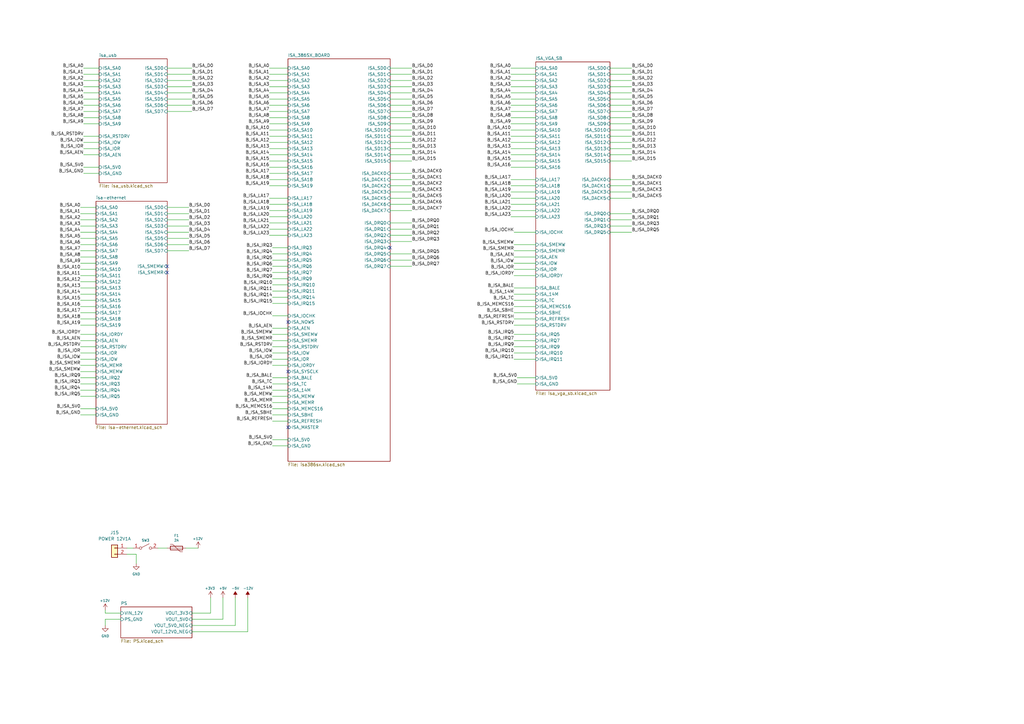
<source format=kicad_sch>
(kicad_sch (version 20250114) (generator "eeschema") (generator_version "9.0")
  (paper "A3")
  (title_block (title "PC Kharon-386mod") (company "Russia, Samara, 2026") (comment 1 "002") (comment 2 "Maxssau"))
  (lib_symbols
    (symbol "Connector_Generic:Conn_01x02" (pin_names (offset 1.016) (hide yes))
      (property "Reference" "J" (at 0 2.54 0))
      (property "Value" "Conn_01x02" (at 0 -5.08 0))
      (symbol "Conn_01x02_1_1"
        (rectangle (start -1.27 1.27) (end 1.27 -3.81) (stroke (width 0.254)) (fill (type background)))
        (rectangle (start -1.27 0.127) (end 0 -0.127) (stroke (width 0.1524)))
        (rectangle (start -1.27 -2.413) (end 0 -2.667) (stroke (width 0.1524)))
        (pin passive line (at -5.08 0 0) (length 3.81) (name "Pin_1") (number "1"))
        (pin passive line (at -5.08 -2.54 0) (length 3.81) (name "Pin_2") (number "2"))
      )
    )
    (symbol "Device:Polyfuse" (pin_numbers (hide yes)) (pin_names (offset 0))
      (property "Reference" "F" (at -2.54 0 90))
      (property "Value" "Polyfuse" (at 2.54 0 90))
      (symbol "Polyfuse_0_1"
        (polyline (pts (xy -1.524 2.54) (xy -1.524 1.524) (xy 1.524 -1.524) (xy 1.524 -2.54)))
        (rectangle (start -0.762 2.54) (end 0.762 -2.54) (stroke (width 0.254)))
        (polyline (pts (xy 0 2.54) (xy 0 -2.54)))
      )
      (symbol "Polyfuse_1_1"
        (pin passive line (at 0 3.81 270) (length 1.27) (name "~") (number "1"))
        (pin passive line (at 0 -3.81 90) (length 1.27) (name "~") (number "2"))
      )
    )
    (symbol "Switch:SW_SPST" (pin_names (offset 0) (hide yes))
      (property "Reference" "SW" (at 0 3.175 0))
      (property "Value" "SW_SPST" (at 0 -2.54 0))
      (symbol "SW_SPST_0_0"
        (circle (center -2.032 0) (radius 0.508))
        (polyline (pts (xy -1.524 0.254) (xy 1.524 1.778)))
        (circle (center 2.032 0) (radius 0.508))
      )
      (symbol "SW_SPST_1_1"
        (pin passive line (at -5.08 0 0) (length 2.54) (name "A") (number "1"))
        (pin passive line (at 5.08 0 180) (length 2.54) (name "B") (number "2"))
      )
    )
    (symbol "power:+12V" (power) (pin_names (offset 0))
      (property "Value" "+12V" (at 0 3.556 0))
      (symbol "+12V_0_1"
        (polyline (pts (xy -0.762 1.27) (xy 0 2.54)))
        (polyline (pts (xy 0 2.54) (xy 0.762 1.27)))
        (polyline (pts (xy 0 0) (xy 0 2.54)))
      )
      (symbol "+12V_1_1"
        (pin power_in line (at 0 0 90) (length 0) (hide yes) (name "+12V") (number "1"))
      )
    )
    (symbol "power:+3V3" (power) (pin_names (offset 0))
      (property "Value" "+3V3" (at 0 3.556 0))
      (symbol "+3V3_0_1"
        (polyline (pts (xy -0.762 1.27) (xy 0 2.54)))
        (polyline (pts (xy 0 2.54) (xy 0.762 1.27)))
        (polyline (pts (xy 0 0) (xy 0 2.54)))
      )
      (symbol "+3V3_1_1"
        (pin power_in line (at 0 0 90) (length 0) (hide yes) (name "+3V3") (number "1"))
      )
    )
    (symbol "power:+5V" (power) (pin_names (offset 0))
      (property "Value" "+5V" (at 0 3.556 0))
      (symbol "+5V_0_1"
        (polyline (pts (xy -0.762 1.27) (xy 0 2.54)))
        (polyline (pts (xy 0 2.54) (xy 0.762 1.27)))
        (polyline (pts (xy 0 0) (xy 0 2.54)))
      )
      (symbol "+5V_1_1"
        (pin power_in line (at 0 0 90) (length 0) (hide yes) (name "+5V") (number "1"))
      )
    )
    (symbol "power:-12V" (power) (pin_names (offset 0))
      (property "Value" "-12V" (at 0 3.81 0))
      (symbol "-12V_0_0"
        (pin power_in line (at 0 0 90) (length 0) (hide yes) (name "-12V") (number "1"))
      )
      (symbol "-12V_0_1"
        (polyline (pts (xy 0 0) (xy 0 1.27) (xy 0.762 1.27) (xy 0 2.54) (xy -0.762 1.27) (xy 0 1.27)) (fill (type outline)))
      )
    )
    (symbol "power:-5V" (power) (pin_names (offset 0))
      (property "Value" "-5V" (at 0 3.81 0))
      (symbol "-5V_0_0"
        (pin power_in line (at 0 0 90) (length 0) (hide yes) (name "-5V") (number "1"))
      )
      (symbol "-5V_0_1"
        (polyline (pts (xy 0 0) (xy 0 1.27) (xy 0.762 1.27) (xy 0 2.54) (xy -0.762 1.27) (xy 0 1.27)) (fill (type outline)))
      )
    )
    (symbol "power:GND" (power) (pin_names (offset 0))
      (property "Value" "GND" (at 0 -3.81 0))
      (symbol "GND_0_1"
        (polyline (pts (xy 0 0) (xy 0 -1.27) (xy 1.27 -1.27) (xy 0 -2.54) (xy -1.27 -1.27) (xy 0 -1.27)))
      )
      (symbol "GND_1_1"
        (pin power_in line (at 0 0 270) (length 0) (hide yes) (name "GND") (number "1"))
      )
    )
  )
  (no_connect (at 160.02 101.6))
  (no_connect (at 118.11 175.26))
  (no_connect (at 118.11 152.4))
  (no_connect (at 68.58 109.22))
  (no_connect (at 68.58 111.76))
  (no_connect (at 118.11 132.08))
  (wire (pts (xy 33.02 95.25) (xy 39.37 95.25)))
  (wire (pts (xy 210.82 125.73) (xy 219.71 125.73)))
  (wire (pts (xy 34.29 45.72) (xy 40.64 45.72)))
  (wire (pts (xy 209.55 35.56) (xy 219.71 35.56)))
  (wire (pts (xy 111.76 137.16) (xy 118.11 137.16)))
  (wire (pts (xy 33.02 97.79) (xy 39.37 97.79)))
  (wire (pts (xy 259.08 92.71) (xy 250.19 92.71)))
  (wire (pts (xy 209.55 40.64) (xy 219.71 40.64)))
  (wire (pts (xy 111.76 121.92) (xy 118.11 121.92)))
  (wire (pts (xy 43.18 251.46) (xy 49.53 251.46)))
  (wire (pts (xy 111.76 114.3) (xy 118.11 114.3)))
  (wire (pts (xy 210.82 100.33) (xy 219.71 100.33)))
  (wire (pts (xy 259.08 55.88) (xy 250.19 55.88)))
  (wire (pts (xy 33.02 118.11) (xy 39.37 118.11)))
  (wire (pts (xy 259.08 43.18) (xy 250.19 43.18)))
  (wire (pts (xy 209.55 38.1) (xy 219.71 38.1)))
  (wire (pts (xy 78.74 40.64) (xy 68.58 40.64)))
  (wire (pts (xy 91.44 254) (xy 78.74 254)))
  (wire (pts (xy 34.29 63.5) (xy 40.64 63.5)))
  (wire (pts (xy 259.08 53.34) (xy 250.19 53.34)))
  (wire (pts (xy 168.91 43.18) (xy 160.02 43.18)))
  (wire (pts (xy 33.02 128.27) (xy 39.37 128.27)))
  (wire (pts (xy 111.76 144.78) (xy 118.11 144.78)))
  (wire (pts (xy 33.02 120.65) (xy 39.37 120.65)))
  (wire (pts (xy 168.91 106.68) (xy 160.02 106.68)))
  (wire (pts (xy 210.82 102.87) (xy 219.71 102.87)))
  (wire (pts (xy 259.08 60.96) (xy 250.19 60.96)))
  (wire (pts (xy 110.49 38.1) (xy 118.11 38.1)))
  (wire (pts (xy 210.82 128.27) (xy 219.71 128.27)))
  (wire (pts (xy 209.55 73.66) (xy 219.71 73.66)))
  (wire (pts (xy 209.55 55.88) (xy 219.71 55.88)))
  (wire (pts (xy 110.49 86.36) (xy 118.11 86.36)))
  (wire (pts (xy 168.91 60.96) (xy 160.02 60.96)))
  (wire (pts (xy 33.02 105.41) (xy 39.37 105.41)))
  (wire (pts (xy 33.02 139.7) (xy 39.37 139.7)))
  (wire (pts (xy 33.02 115.57) (xy 39.37 115.57)))
  (wire (pts (xy 52.07 224.79) (xy 54.61 224.79)))
  (wire (pts (xy 77.47 102.87) (xy 68.58 102.87)))
  (wire (pts (xy 209.55 30.48) (xy 219.71 30.48)))
  (wire (pts (xy 210.82 118.11) (xy 219.71 118.11)))
  (wire (pts (xy 34.29 60.96) (xy 40.64 60.96)))
  (wire (pts (xy 110.49 66.04) (xy 118.11 66.04)))
  (wire (pts (xy 64.77 224.79) (xy 68.58 224.79)))
  (wire (pts (xy 33.02 157.48) (xy 39.37 157.48)))
  (wire (pts (xy 212.09 154.94) (xy 219.71 154.94)))
  (wire (pts (xy 34.29 58.42) (xy 40.64 58.42)))
  (wire (pts (xy 77.47 92.71) (xy 68.58 92.71)))
  (wire (pts (xy 210.82 105.41) (xy 219.71 105.41)))
  (wire (pts (xy 168.91 33.02) (xy 160.02 33.02)))
  (wire (pts (xy 33.02 133.35) (xy 39.37 133.35)))
  (wire (pts (xy 111.76 182.88) (xy 118.11 182.88)))
  (wire (pts (xy 78.74 27.94) (xy 68.58 27.94)))
  (wire (pts (xy 111.76 134.62) (xy 118.11 134.62)))
  (wire (pts (xy 111.76 149.86) (xy 118.11 149.86)))
  (wire (pts (xy 78.74 38.1) (xy 68.58 38.1)))
  (wire (pts (xy 111.76 154.94) (xy 118.11 154.94)))
  (wire (pts (xy 210.82 113.03) (xy 219.71 113.03)))
  (wire (pts (xy 259.08 78.74) (xy 250.19 78.74)))
  (wire (pts (xy 168.91 91.44) (xy 160.02 91.44)))
  (wire (pts (xy 33.02 113.03) (xy 39.37 113.03)))
  (wire (pts (xy 210.82 107.95) (xy 219.71 107.95)))
  (wire (pts (xy 34.29 30.48) (xy 40.64 30.48)))
  (wire (pts (xy 168.91 86.36) (xy 160.02 86.36)))
  (wire (pts (xy 259.08 95.25) (xy 250.19 95.25)))
  (wire (pts (xy 111.76 160.02) (xy 118.11 160.02)))
  (wire (pts (xy 77.47 97.79) (xy 68.58 97.79)))
  (wire (pts (xy 209.55 81.28) (xy 219.71 81.28)))
  (wire (pts (xy 168.91 45.72) (xy 160.02 45.72)))
  (wire (pts (xy 33.02 162.56) (xy 39.37 162.56)))
  (wire (pts (xy 168.91 30.48) (xy 160.02 30.48)))
  (wire (pts (xy 168.91 93.98) (xy 160.02 93.98)))
  (wire (pts (xy 110.49 30.48) (xy 118.11 30.48)))
  (wire (pts (xy 86.36 251.46) (xy 78.74 251.46)))
  (wire (pts (xy 34.29 71.12) (xy 40.64 71.12)))
  (wire (pts (xy 86.36 245.11) (xy 86.36 251.46)))
  (wire (pts (xy 78.74 43.18) (xy 68.58 43.18)))
  (wire (pts (xy 168.91 55.88) (xy 160.02 55.88)))
  (wire (pts (xy 209.55 63.5) (xy 219.71 63.5)))
  (wire (pts (xy 259.08 81.28) (xy 250.19 81.28)))
  (wire (pts (xy 209.55 76.2) (xy 219.71 76.2)))
  (wire (pts (xy 34.29 38.1) (xy 40.64 38.1)))
  (wire (pts (xy 168.91 27.94) (xy 160.02 27.94)))
  (wire (pts (xy 111.76 167.64) (xy 118.11 167.64)))
  (wire (pts (xy 111.76 124.46) (xy 118.11 124.46)))
  (wire (pts (xy 110.49 88.9) (xy 118.11 88.9)))
  (wire (pts (xy 212.09 157.48) (xy 219.71 157.48)))
  (wire (pts (xy 111.76 116.84) (xy 118.11 116.84)))
  (wire (pts (xy 111.76 170.18) (xy 118.11 170.18)))
  (wire (pts (xy 259.08 63.5) (xy 250.19 63.5)))
  (wire (pts (xy 33.02 87.63) (xy 39.37 87.63)))
  (wire (pts (xy 259.08 76.2) (xy 250.19 76.2)))
  (wire (pts (xy 209.55 78.74) (xy 219.71 78.74)))
  (wire (pts (xy 33.02 149.86) (xy 39.37 149.86)))
  (wire (pts (xy 210.82 147.32) (xy 219.71 147.32)))
  (wire (pts (xy 77.47 90.17) (xy 68.58 90.17)))
  (wire (pts (xy 33.02 167.64) (xy 39.37 167.64)))
  (wire (pts (xy 111.76 106.68) (xy 118.11 106.68)))
  (wire (pts (xy 259.08 27.94) (xy 250.19 27.94)))
  (wire (pts (xy 168.91 99.06) (xy 160.02 99.06)))
  (wire (pts (xy 209.55 66.04) (xy 219.71 66.04)))
  (wire (pts (xy 259.08 48.26) (xy 250.19 48.26)))
  (wire (pts (xy 33.02 147.32) (xy 39.37 147.32)))
  (wire (pts (xy 168.91 96.52) (xy 160.02 96.52)))
  (wire (pts (xy 33.02 85.09) (xy 39.37 85.09)))
  (wire (pts (xy 111.76 147.32) (xy 118.11 147.32)))
  (wire (pts (xy 110.49 33.02) (xy 118.11 33.02)))
  (wire (pts (xy 43.18 250.19) (xy 43.18 251.46)))
  (wire (pts (xy 78.74 45.72) (xy 68.58 45.72)))
  (wire (pts (xy 210.82 123.19) (xy 219.71 123.19)))
  (wire (pts (xy 209.55 53.34) (xy 219.71 53.34)))
  (wire (pts (xy 78.74 256.54) (xy 96.52 256.54)))
  (wire (pts (xy 259.08 90.17) (xy 250.19 90.17)))
  (wire (pts (xy 259.08 35.56) (xy 250.19 35.56)))
  (wire (pts (xy 34.29 68.58) (xy 40.64 68.58)))
  (wire (pts (xy 110.49 71.12) (xy 118.11 71.12)))
  (wire (pts (xy 209.55 27.94) (xy 219.71 27.94)))
  (wire (pts (xy 168.91 71.12) (xy 160.02 71.12)))
  (wire (pts (xy 77.47 100.33) (xy 68.58 100.33)))
  (wire (pts (xy 259.08 73.66) (xy 250.19 73.66)))
  (wire (pts (xy 77.47 87.63) (xy 68.58 87.63)))
  (wire (pts (xy 168.91 81.28) (xy 160.02 81.28)))
  (wire (pts (xy 33.02 154.94) (xy 39.37 154.94)))
  (wire (pts (xy 111.76 111.76) (xy 118.11 111.76)))
  (wire (pts (xy 111.76 142.24) (xy 118.11 142.24)))
  (wire (pts (xy 259.08 45.72) (xy 250.19 45.72)))
  (wire (pts (xy 168.91 83.82) (xy 160.02 83.82)))
  (wire (pts (xy 168.91 40.64) (xy 160.02 40.64)))
  (wire (pts (xy 52.07 227.33) (xy 55.88 227.33)))
  (wire (pts (xy 55.88 227.33) (xy 55.88 231.14)))
  (wire (pts (xy 168.91 76.2) (xy 160.02 76.2)))
  (wire (pts (xy 34.29 43.18) (xy 40.64 43.18)))
  (wire (pts (xy 33.02 100.33) (xy 39.37 100.33)))
  (wire (pts (xy 209.55 43.18) (xy 219.71 43.18)))
  (wire (pts (xy 210.82 144.78) (xy 219.71 144.78)))
  (wire (pts (xy 210.82 133.35) (xy 219.71 133.35)))
  (wire (pts (xy 168.91 104.14) (xy 160.02 104.14)))
  (wire (pts (xy 259.08 58.42) (xy 250.19 58.42)))
  (wire (pts (xy 78.74 30.48) (xy 68.58 30.48)))
  (wire (pts (xy 78.74 259.08) (xy 101.6 259.08)))
  (wire (pts (xy 168.91 73.66) (xy 160.02 73.66)))
  (wire (pts (xy 110.49 58.42) (xy 118.11 58.42)))
  (wire (pts (xy 209.55 50.8) (xy 219.71 50.8)))
  (wire (pts (xy 209.55 88.9) (xy 219.71 88.9)))
  (wire (pts (xy 81.28 224.79) (xy 76.2 224.79)))
  (wire (pts (xy 110.49 96.52) (xy 118.11 96.52)))
  (wire (pts (xy 33.02 92.71) (xy 39.37 92.71)))
  (wire (pts (xy 110.49 55.88) (xy 118.11 55.88)))
  (wire (pts (xy 168.91 50.8) (xy 160.02 50.8)))
  (wire (pts (xy 209.55 86.36) (xy 219.71 86.36)))
  (wire (pts (xy 209.55 45.72) (xy 219.71 45.72)))
  (wire (pts (xy 33.02 152.4) (xy 39.37 152.4)))
  (wire (pts (xy 33.02 107.95) (xy 39.37 107.95)))
  (wire (pts (xy 168.91 58.42) (xy 160.02 58.42)))
  (wire (pts (xy 110.49 48.26) (xy 118.11 48.26)))
  (wire (pts (xy 77.47 85.09) (xy 68.58 85.09)))
  (wire (pts (xy 34.29 48.26) (xy 40.64 48.26)))
  (wire (pts (xy 34.29 55.88) (xy 40.64 55.88)))
  (wire (pts (xy 110.49 93.98) (xy 118.11 93.98)))
  (wire (pts (xy 49.53 254) (xy 43.18 254)))
  (wire (pts (xy 111.76 104.14) (xy 118.11 104.14)))
  (wire (pts (xy 210.82 137.16) (xy 219.71 137.16)))
  (wire (pts (xy 33.02 102.87) (xy 39.37 102.87)))
  (wire (pts (xy 110.49 68.58) (xy 118.11 68.58)))
  (wire (pts (xy 259.08 30.48) (xy 250.19 30.48)))
  (wire (pts (xy 111.76 129.54) (xy 118.11 129.54)))
  (wire (pts (xy 34.29 27.94) (xy 40.64 27.94)))
  (wire (pts (xy 33.02 144.78) (xy 39.37 144.78)))
  (wire (pts (xy 101.6 259.08) (xy 101.6 245.11)))
  (wire (pts (xy 111.76 119.38) (xy 118.11 119.38)))
  (wire (pts (xy 259.08 87.63) (xy 250.19 87.63)))
  (wire (pts (xy 110.49 76.2) (xy 118.11 76.2)))
  (wire (pts (xy 210.82 142.24) (xy 219.71 142.24)))
  (wire (pts (xy 110.49 81.28) (xy 118.11 81.28)))
  (wire (pts (xy 259.08 50.8) (xy 250.19 50.8)))
  (wire (pts (xy 33.02 130.81) (xy 39.37 130.81)))
  (wire (pts (xy 110.49 50.8) (xy 118.11 50.8)))
  (wire (pts (xy 210.82 110.49) (xy 219.71 110.49)))
  (wire (pts (xy 34.29 50.8) (xy 40.64 50.8)))
  (wire (pts (xy 168.91 48.26) (xy 160.02 48.26)))
  (wire (pts (xy 209.55 83.82) (xy 219.71 83.82)))
  (wire (pts (xy 34.29 40.64) (xy 40.64 40.64)))
  (wire (pts (xy 259.08 33.02) (xy 250.19 33.02)))
  (wire (pts (xy 168.91 66.04) (xy 160.02 66.04)))
  (wire (pts (xy 110.49 53.34) (xy 118.11 53.34)))
  (wire (pts (xy 110.49 35.56) (xy 118.11 35.56)))
  (wire (pts (xy 259.08 40.64) (xy 250.19 40.64)))
  (wire (pts (xy 168.91 63.5) (xy 160.02 63.5)))
  (wire (pts (xy 259.08 66.04) (xy 250.19 66.04)))
  (wire (pts (xy 78.74 33.02) (xy 68.58 33.02)))
  (wire (pts (xy 110.49 40.64) (xy 118.11 40.64)))
  (wire (pts (xy 210.82 130.81) (xy 219.71 130.81)))
  (wire (pts (xy 33.02 170.18) (xy 39.37 170.18)))
  (wire (pts (xy 111.76 139.7) (xy 118.11 139.7)))
  (wire (pts (xy 91.44 245.11) (xy 91.44 254)))
  (wire (pts (xy 33.02 125.73) (xy 39.37 125.73)))
  (wire (pts (xy 110.49 27.94) (xy 118.11 27.94)))
  (wire (pts (xy 111.76 157.48) (xy 118.11 157.48)))
  (wire (pts (xy 33.02 137.16) (xy 39.37 137.16)))
  (wire (pts (xy 111.76 162.56) (xy 118.11 162.56)))
  (wire (pts (xy 111.76 109.22) (xy 118.11 109.22)))
  (wire (pts (xy 110.49 83.82) (xy 118.11 83.82)))
  (wire (pts (xy 78.74 35.56) (xy 68.58 35.56)))
  (wire (pts (xy 210.82 120.65) (xy 219.71 120.65)))
  (wire (pts (xy 111.76 180.34) (xy 118.11 180.34)))
  (wire (pts (xy 33.02 110.49) (xy 39.37 110.49)))
  (wire (pts (xy 34.29 35.56) (xy 40.64 35.56)))
  (wire (pts (xy 210.82 139.7) (xy 219.71 139.7)))
  (wire (pts (xy 34.29 33.02) (xy 40.64 33.02)))
  (wire (pts (xy 209.55 60.96) (xy 219.71 60.96)))
  (wire (pts (xy 110.49 45.72) (xy 118.11 45.72)))
  (wire (pts (xy 209.55 58.42) (xy 219.71 58.42)))
  (wire (pts (xy 33.02 142.24) (xy 39.37 142.24)))
  (wire (pts (xy 209.55 48.26) (xy 219.71 48.26)))
  (wire (pts (xy 43.18 254) (xy 43.18 256.54)))
  (wire (pts (xy 168.91 78.74) (xy 160.02 78.74)))
  (wire (pts (xy 110.49 73.66) (xy 118.11 73.66)))
  (wire (pts (xy 209.55 33.02) (xy 219.71 33.02)))
  (wire (pts (xy 168.91 35.56) (xy 160.02 35.56)))
  (wire (pts (xy 110.49 63.5) (xy 118.11 63.5)))
  (wire (pts (xy 111.76 101.6) (xy 118.11 101.6)))
  (wire (pts (xy 110.49 43.18) (xy 118.11 43.18)))
  (wire (pts (xy 77.47 95.25) (xy 68.58 95.25)))
  (wire (pts (xy 209.55 68.58) (xy 219.71 68.58)))
  (wire (pts (xy 168.91 109.22) (xy 160.02 109.22)))
  (wire (pts (xy 111.76 172.72) (xy 118.11 172.72)))
  (wire (pts (xy 168.91 53.34) (xy 160.02 53.34)))
  (wire (pts (xy 168.91 38.1) (xy 160.02 38.1)))
  (wire (pts (xy 33.02 160.02) (xy 39.37 160.02)))
  (wire (pts (xy 111.76 165.1) (xy 118.11 165.1)))
  (wire (pts (xy 110.49 91.44) (xy 118.11 91.44)))
  (wire (pts (xy 259.08 38.1) (xy 250.19 38.1)))
  (wire (pts (xy 110.49 60.96) (xy 118.11 60.96)))
  (wire (pts (xy 210.82 95.25) (xy 219.71 95.25)))
  (wire (pts (xy 96.52 256.54) (xy 96.52 245.11)))
  (wire (pts (xy 33.02 123.19) (xy 39.37 123.19)))
  (wire (pts (xy 33.02 90.17) (xy 39.37 90.17)))
  (label "B_ISA_D11" (at 168.91 55.88 0))
  (label "B_ISA_A7" (at 110.49 45.72 180))
  (label "B_ISA_D7" (at 168.91 45.72 0))
  (label "B_ISA_IOR" (at 111.76 147.32 180))
  (label "B_ISA_IOCHK" (at 111.76 129.54 180))
  (label "B_ISA_DACK1" (at 259.08 76.2 0))
  (label "B_ISA_A11" (at 110.49 55.88 180))
  (label "B_ISA_IRQ6" (at 111.76 109.22 180))
  (label "B_ISA_LA23" (at 209.55 88.9 180))
  (label "B_ISA_SMEMW" (at 111.76 137.16 180))
  (label "B_ISA_A0" (at 209.55 27.94 180))
  (label "B_ISA_A16" (at 110.49 68.58 180))
  (label "B_ISA_IRQ9" (at 111.76 114.3 180))
  (label "B_ISA_AEN" (at 33.02 139.7 180))
  (label "B_ISA_DRQ3" (at 259.08 92.71 0))
  (label "B_ISA_MEMW" (at 111.76 162.56 180))
  (label "B_ISA_IRQ3" (at 111.76 101.6 180))
  (label "B_ISA_LA19" (at 209.55 78.74 180))
  (label "B_ISA_RSTDRV" (at 33.02 142.24 180))
  (label "B_ISA_A4" (at 110.49 38.1 180))
  (label "B_ISA_LA21" (at 209.55 83.82 180))
  (label "B_ISA_IRQ9" (at 33.02 154.94 180))
  (label "B_ISA_IRQ5" (at 210.82 137.16 180))
  (label "B_ISA_D11" (at 259.08 55.88 0))
  (label "B_ISA_A1" (at 110.49 30.48 180))
  (label "B_ISA_LA18" (at 209.55 76.2 180))
  (label "B_ISA_A2" (at 33.02 90.17 180))
  (label "B_ISA_A5" (at 209.55 40.64 180))
  (label "B_ISA_5V0" (at 212.09 154.94 180))
  (label "B_ISA_IRQ4" (at 33.02 160.02 180))
  (label "B_ISA_A11" (at 209.55 55.88 180))
  (label "B_ISA_D8" (at 168.91 48.26 0))
  (label "B_ISA_A19" (at 110.49 76.2 180))
  (label "B_ISA_D2" (at 168.91 33.02 0))
  (label "B_ISA_IOW" (at 33.02 147.32 180))
  (label "B_ISA_RSTDRV" (at 34.29 55.88 180))
  (label "B_ISA_A4" (at 209.55 38.1 180))
  (label "B_ISA_REFRESH" (at 111.76 172.72 180))
  (label "B_ISA_D7" (at 78.74 45.72 0))
  (label "B_ISA_RSTDRV" (at 111.76 142.24 180))
  (label "B_ISA_D5" (at 168.91 40.64 0))
  (label "B_ISA_IRQ9" (at 210.82 142.24 180))
  (label "B_ISA_AEN" (at 210.82 105.41 180))
  (label "B_ISA_D6" (at 77.47 100.33 0))
  (label "B_ISA_IOCHK" (at 210.82 95.25 180))
  (label "B_ISA_LA20" (at 110.49 88.9 180))
  (label "B_ISA_TC" (at 111.76 157.48 180))
  (label "B_ISA_A8" (at 110.49 48.26 180))
  (label "B_ISA_SMEMR" (at 111.76 139.7 180))
  (label "B_ISA_A7" (at 33.02 102.87 180))
  (label "B_ISA_IOR" (at 33.02 144.78 180))
  (label "B_ISA_D3" (at 259.08 35.56 0))
  (label "B_ISA_IORDY" (at 210.82 113.03 180))
  (label "B_ISA_DRQ0" (at 168.91 91.44 0))
  (label "B_ISA_D1" (at 259.08 30.48 0))
  (label "B_ISA_GND" (at 212.09 157.48 180))
  (label "B_ISA_MEMR" (at 111.76 165.1 180))
  (label "B_ISA_DACK3" (at 259.08 78.74 0))
  (label "B_ISA_AEN" (at 111.76 134.62 180))
  (label "B_ISA_A5" (at 33.02 97.79 180))
  (label "B_ISA_LA18" (at 110.49 83.82 180))
  (label "B_ISA_D3" (at 168.91 35.56 0))
  (label "B_ISA_LA21" (at 110.49 91.44 180))
  (label "B_ISA_A2" (at 34.29 33.02 180))
  (label "B_ISA_AEN" (at 34.29 63.5 180))
  (label "B_ISA_14M" (at 111.76 160.02 180))
  (label "B_ISA_A12" (at 110.49 58.42 180))
  (label "B_ISA_A8" (at 33.02 105.41 180))
  (label "B_ISA_IRQ5" (at 33.02 162.56 180))
  (label "B_ISA_A15" (at 110.49 66.04 180))
  (label "B_ISA_IOW" (at 111.76 144.78 180))
  (label "B_ISA_A11" (at 33.02 113.03 180))
  (label "B_ISA_D9" (at 259.08 50.8 0))
  (label "B_ISA_SBHE" (at 111.76 170.18 180))
  (label "B_ISA_D1" (at 77.47 87.63 0))
  (label "B_ISA_IRQ5" (at 111.76 106.68 180))
  (label "B_ISA_D1" (at 168.91 30.48 0))
  (label "B_ISA_A1" (at 34.29 30.48 180))
  (label "B_ISA_5V0" (at 34.29 68.58 180))
  (label "B_ISA_BALE" (at 210.82 118.11 180))
  (label "B_ISA_A6" (at 34.29 43.18 180))
  (label "B_ISA_LA22" (at 209.55 86.36 180))
  (label "B_ISA_D0" (at 78.74 27.94 0))
  (label "B_ISA_DACK0" (at 259.08 73.66 0))
  (label "B_ISA_A3" (at 110.49 35.56 180))
  (label "B_ISA_D5" (at 77.47 97.79 0))
  (label "B_ISA_RSTDRV" (at 210.82 133.35 180))
  (label "B_ISA_IORDY" (at 33.02 137.16 180))
  (label "B_ISA_D13" (at 259.08 60.96 0))
  (label "B_ISA_DACK7" (at 168.91 86.36 0))
  (label "B_ISA_D5" (at 78.74 40.64 0))
  (label "B_ISA_A14" (at 33.02 120.65 180))
  (label "B_ISA_A13" (at 33.02 118.11 180))
  (label "B_ISA_A9" (at 110.49 50.8 180))
  (label "B_ISA_A12" (at 33.02 115.57 180))
  (label "B_ISA_A17" (at 33.02 128.27 180))
  (label "B_ISA_LA23" (at 110.49 96.52 180))
  (label "B_ISA_SMEMW" (at 210.82 100.33 180))
  (label "B_ISA_A8" (at 209.55 48.26 180))
  (label "B_ISA_D2" (at 78.74 33.02 0))
  (label "B_ISA_A10" (at 209.55 53.34 180))
  (label "B_ISA_D4" (at 78.74 38.1 0))
  (label "B_ISA_D14" (at 259.08 63.5 0))
  (label "B_ISA_A4" (at 34.29 38.1 180))
  (label "B_ISA_A3" (at 209.55 35.56 180))
  (label "B_ISA_A14" (at 209.55 63.5 180))
  (label "B_ISA_A16" (at 209.55 68.58 180))
  (label "B_ISA_14M" (at 210.82 120.65 180))
  (label "B_ISA_IRQ7" (at 111.76 111.76 180))
  (label "B_ISA_IOW" (at 210.82 107.95 180))
  (label "B_ISA_DACK1" (at 168.91 73.66 0))
  (label "B_ISA_A1" (at 209.55 30.48 180))
  (label "B_ISA_DRQ5" (at 168.91 104.14 0))
  (label "B_ISA_A15" (at 209.55 66.04 180))
  (label "B_ISA_A3" (at 34.29 35.56 180))
  (label "B_ISA_D4" (at 168.91 38.1 0))
  (label "B_ISA_D3" (at 78.74 35.56 0))
  (label "B_ISA_IRQ15" (at 111.76 124.46 180))
  (label "B_ISA_IRQ3" (at 33.02 157.48 180))
  (label "B_ISA_DRQ3" (at 168.91 99.06 0))
  (label "B_ISA_GND" (at 34.29 71.12 180))
  (label "B_ISA_D8" (at 259.08 48.26 0))
  (label "B_ISA_D12" (at 168.91 58.42 0))
  (label "B_ISA_DRQ7" (at 168.91 109.22 0))
  (label "B_ISA_D2" (at 259.08 33.02 0))
  (label "B_ISA_LA17" (at 110.49 81.28 180))
  (label "B_ISA_A6" (at 33.02 100.33 180))
  (label "B_ISA_A10" (at 110.49 53.34 180))
  (label "B_ISA_5V0" (at 33.02 167.64 180))
  (label "B_ISA_A1" (at 33.02 87.63 180))
  (label "B_ISA_LA22" (at 110.49 93.98 180))
  (label "B_ISA_SMEMR" (at 210.82 102.87 180))
  (label "B_ISA_SMEMW" (at 33.02 152.4 180))
  (label "B_ISA_A15" (at 33.02 123.19 180))
  (label "B_ISA_IRQ11" (at 210.82 147.32 180))
  (label "B_ISA_A5" (at 34.29 40.64 180))
  (label "B_ISA_D12" (at 259.08 58.42 0))
  (label "B_ISA_A3" (at 33.02 92.71 180))
  (label "B_ISA_A0" (at 33.02 85.09 180))
  (label "B_ISA_IRQ7" (at 210.82 139.7 180))
  (label "B_ISA_A18" (at 33.02 130.81 180))
  (label "B_ISA_A2" (at 209.55 33.02 180))
  (label "B_ISA_DRQ5" (at 259.08 95.25 0))
  (label "B_ISA_DRQ0" (at 259.08 87.63 0))
  (label "B_ISA_D10" (at 168.91 53.34 0))
  (label "B_ISA_D15" (at 168.91 66.04 0))
  (label "B_ISA_MEMCS16" (at 111.76 167.64 180))
  (label "B_ISA_GND" (at 33.02 170.18 180))
  (label "B_ISA_IORDY" (at 111.76 149.86 180))
  (label "B_ISA_DACK2" (at 168.91 76.2 0))
  (label "B_ISA_REFRESH" (at 210.82 130.81 180))
  (label "B_ISA_IRQ14" (at 111.76 121.92 180))
  (label "B_ISA_A2" (at 110.49 33.02 180))
  (label "B_ISA_D3" (at 77.47 92.71 0))
  (label "B_ISA_TC" (at 210.82 123.19 180))
  (label "B_ISA_D9" (at 168.91 50.8 0))
  (label "B_ISA_DACK0" (at 168.91 71.12 0))
  (label "B_ISA_A9" (at 33.02 107.95 180))
  (label "B_ISA_D1" (at 78.74 30.48 0))
  (label "B_ISA_D5" (at 259.08 40.64 0))
  (label "B_ISA_A5" (at 110.49 40.64 180))
  (label "B_ISA_D15" (at 259.08 66.04 0))
  (label "B_ISA_D14" (at 168.91 63.5 0))
  (label "B_ISA_A18" (at 110.49 73.66 180))
  (label "B_ISA_D7" (at 77.47 102.87 0))
  (label "B_ISA_LA19" (at 110.49 86.36 180))
  (label "B_ISA_5V0" (at 111.76 180.34 180))
  (label "B_ISA_D2" (at 77.47 90.17 0))
  (label "B_ISA_SBHE" (at 210.82 128.27 180))
  (label "B_ISA_A0" (at 34.29 27.94 180))
  (label "B_ISA_IOR" (at 34.29 60.96 180))
  (label "B_ISA_IRQ10" (at 210.82 144.78 180))
  (label "B_ISA_A7" (at 34.29 45.72 180))
  (label "B_ISA_A7" (at 209.55 45.72 180))
  (label "B_ISA_A4" (at 33.02 95.25 180))
  (label "B_ISA_D6" (at 168.91 43.18 0))
  (label "B_ISA_D10" (at 259.08 53.34 0))
  (label "B_ISA_D13" (at 168.91 60.96 0))
  (label "B_ISA_A9" (at 34.29 50.8 180))
  (label "B_ISA_A0" (at 110.49 27.94 180))
  (label "B_ISA_A16" (at 33.02 125.73 180))
  (label "B_ISA_IRQ4" (at 111.76 104.14 180))
  (label "B_ISA_A14" (at 110.49 63.5 180))
  (label "B_ISA_D0" (at 259.08 27.94 0))
  (label "B_ISA_LA20" (at 209.55 81.28 180))
  (label "B_ISA_D0" (at 168.91 27.94 0))
  (label "B_ISA_LA17" (at 209.55 73.66 180))
  (label "B_ISA_D6" (at 259.08 43.18 0))
  (label "B_ISA_DACK5" (at 259.08 81.28 0))
  (label "B_ISA_A8" (at 34.29 48.26 180))
  (label "B_ISA_IOW" (at 34.29 58.42 180))
  (label "B_ISA_DRQ1" (at 168.91 93.98 0))
  (label "B_ISA_SMEMR" (at 33.02 149.86 180))
  (label "B_ISA_A9" (at 209.55 50.8 180))
  (label "B_ISA_D6" (at 78.74 43.18 0))
  (label "B_ISA_D0" (at 77.47 85.09 0))
  (label "B_ISA_A10" (at 33.02 110.49 180))
  (label "B_ISA_A6" (at 209.55 43.18 180))
  (label "B_ISA_DRQ2" (at 168.91 96.52 0))
  (label "B_ISA_DACK3" (at 168.91 78.74 0))
  (label "B_ISA_A12" (at 209.55 58.42 180))
  (label "B_ISA_D4" (at 77.47 95.25 0))
  (label "B_ISA_GND" (at 111.76 182.88 180))
  (label "B_ISA_BALE" (at 111.76 154.94 180))
  (label "B_ISA_A13" (at 110.49 60.96 180))
  (label "B_ISA_IOR" (at 210.82 110.49 180))
  (label "B_ISA_DRQ1" (at 259.08 90.17 0))
  (label "B_ISA_DACK5" (at 168.91 81.28 0))
  (label "B_ISA_IRQ10" (at 111.76 116.84 180))
  (label "B_ISA_D4" (at 259.08 38.1 0))
  (label "B_ISA_D7" (at 259.08 45.72 0))
  (label "B_ISA_A17" (at 110.49 71.12 180))
  (label "B_ISA_A6" (at 110.49 43.18 180))
  (label "B_ISA_IRQ11" (at 111.76 119.38 180))
  (label "B_ISA_MEMCS16" (at 210.82 125.73 180))
  (label "B_ISA_A19" (at 33.02 133.35 180))
  (label "B_ISA_A13" (at 209.55 60.96 180))
  (label "B_ISA_DRQ6" (at 168.91 106.68 0))
  (label "B_ISA_DACK6" (at 168.91 83.82 0))
  (symbol (lib_id "power:-5V") (at 96.52 245.11 0) (unit 1)
    (property "Reference" "#PWR0214" (effects (hide yes)))
    (property "Value" "-5V" (at 96.52 241.3 0) (effects (font (size 1 1))))
  )
  (symbol (lib_id "Connector_Generic:Conn_01x02") (at 46.99 224.79 0) (mirror y) (unit 1)
    (property "Reference" "J15" (at 46.99 218.44 0))
    (property "Value" "POWER 12V1A" (at 46.99 220.98 0))
    (property "Footprint" "TerminalBlock:TerminalBlock_bornier-2_P5.08mm" (effects (hide yes)))
    (property "Description" "Generic connector, single row, 01x02, script generated (kicad-library-utils/schlib/autogen/connector/)" (effects (hide yes)))
  )
  (symbol (lib_id "power:+12V") (at 43.18 250.19 0) (mirror y) (unit 1)
    (property "Reference" "#PWR0215" (effects (hide yes)))
    (property "Value" "+12V" (at 45.085 246.38 0) (effects (font (size 1 1)) (justify left)))
  )
  (symbol (lib_id "Device:Polyfuse") (at 72.39 224.79 270) (mirror x) (unit 1)
    (property "Reference" "F1" (at 72.39 219.71 90) (effects (font (size 1 1))))
    (property "Value" "2A" (at 72.39 221.615 90) (effects (font (size 1 1))))
    (property "Footprint" "Fuse:Fuse_1812_4532Metric_Pad1.30x3.40mm_HandSolder" (effects (hide yes)))
  )
  (symbol (lib_id "Switch:SW_SPST") (at 59.69 224.79 0) (unit 1)
    (property "Reference" "SW3" (at 59.69 221.615 0) (effects (font (size 1 1))))
    (property "Value" "Jumper / Pin header 1x2 Pitch=2.54mm" (effects (hide yes)))
    (property "Footprint" "Connector_Molex:Molex_KK-254_AE-6410-02A_1x02_P2.54mm_Vertical" (effects (hide yes)))
  )
  (symbol (lib_id "power:+3V3") (at 86.36 245.11 0) (unit 1)
    (property "Reference" "#PWR0216" (effects (hide yes)))
    (property "Value" "+3V3" (at 86.106 241.3 0) (effects (font (size 1 1))))
  )
  (symbol (lib_id "power:+5V") (at 91.44 245.11 0) (unit 1)
    (property "Reference" "#PWR0113" (effects (hide yes)))
    (property "Value" "+5V" (at 91.44 241.3 0) (effects (font (size 1 1))))
  )
  (symbol (lib_id "power:-12V") (at 101.6 245.11 0) (unit 1)
    (property "Reference" "#PWR0107" (effects (hide yes)))
    (property "Value" "-12V" (at 99.695 241.3 0) (effects (font (size 1 1)) (justify left)))
  )
  (symbol (lib_id "power:GND") (at 43.18 256.54 0) (mirror y) (unit 1)
    (property "Reference" "#PWR0101" (effects (hide yes)))
    (property "Value" "GND" (at 43.18 260.8644 0) (effects (font (size 1 1))))
  )
  (symbol (lib_id "power:+12V") (at 81.28 224.79 0) (mirror y) (unit 1)
    (property "Reference" "#PWR0213" (effects (hide yes)))
    (property "Value" "+12V" (at 83.185 220.98 0) (effects (font (size 1 1)) (justify left)))
  )
  (symbol (lib_id "power:GND") (at 55.88 231.14 0) (mirror y) (unit 1)
    (property "Reference" "#PWR0100" (effects (hide yes)))
    (property "Value" "GND" (at 55.88 235.4644 0) (effects (font (size 1 1))))
  )
  (sheet (at 49.53 248.92) (size 29.21 12.7) (stroke (width 0.1524))
    (property "Sheetname" "PS" (at 49.53 248.2084 0) (effects (justify left bottom)))
    (property "Sheetfile" "PS.kicad_sch" (at 49.53 262.2046 0) (effects (justify left top)))
    (pin "PS_GND" input (at 49.53 254 180))
    (pin "VIN_12V" input (at 49.53 251.46 180))
    (pin "VOUT_3V3" input (at 78.74 251.46 0))
    (pin "VOUT_5V0" input (at 78.74 254 0))
    (pin "VOUT_5V0_NEG" input (at 78.74 256.54 0))
    (pin "VOUT_12V0_NEG" input (at 78.74 259.08 0))
  )
  (sheet (at 40.64 24.13) (size 27.94 50.8) (stroke (width 0.1524))
    (property "Sheetname" "isa_usb" (at 40.64 23.4184 0) (effects (justify left bottom)))
    (property "Sheetfile" "isa_usb.kicad_sch" (at 40.64 75.5146 0) (effects (justify left top)))
    (pin "ISA_SA6" input (at 40.64 43.18 180))
    (pin "ISA_SA5" input (at 40.64 40.64 180))
    (pin "ISA_SD6" input (at 68.58 43.18 0))
    (pin "ISA_SA7" input (at 40.64 45.72 180))
    (pin "ISA_SA8" input (at 40.64 48.26 180))
    (pin "ISA_SA0" input (at 40.64 27.94 180))
    (pin "ISA_AEN" input (at 40.64 63.5 180))
    (pin "ISA_SD2" input (at 68.58 33.02 0))
    (pin "ISA_SD1" input (at 68.58 30.48 0))
    (pin "ISA_SA2" input (at 40.64 33.02 180))
    (pin "ISA_5V0" input (at 40.64 68.58 180))
    (pin "ISA_SA3" input (at 40.64 35.56 180))
    (pin "ISA_SA4" input (at 40.64 38.1 180))
    (pin "ISA_SA9" input (at 40.64 50.8 180))
    (pin "ISA_IOR" input (at 40.64 60.96 180))
    (pin "ISA_SD3" input (at 68.58 35.56 0))
    (pin "ISA_SD4" input (at 68.58 38.1 0))
    (pin "ISA_SD7" input (at 68.58 45.72 0))
    (pin "ISA_SD5" input (at 68.58 40.64 0))
    (pin "ISA_IOW" input (at 40.64 58.42 180))
    (pin "ISA_RSTDRV" input (at 40.64 55.88 180))
    (pin "ISA_SD0" input (at 68.58 27.94 0))
    (pin "ISA_GND" input (at 40.64 71.12 180))
    (pin "ISA_SA1" input (at 40.64 30.48 180))
  )
  (sheet (at 219.71 25.4) (size 30.48 134.62) (stroke (width 0.1524))
    (property "Sheetname" "ISA_VGA_SB" (at 219.71 24.6884 0) (effects (justify left bottom)))
    (property "Sheetfile" "isa_vga_sb.kicad_sch" (at 219.71 160.6046 0) (effects (justify left top)))
    (pin "ISA_SA7" input (at 219.71 45.72 180))
    (pin "ISA_SA9" input (at 219.71 50.8 180))
    (pin "ISA_SA3" input (at 219.71 35.56 180))
    (pin "ISA_SA6" input (at 219.71 43.18 180))
    (pin "ISA_SA1" input (at 219.71 30.48 180))
    (pin "ISA_SA8" input (at 219.71 48.26 180))
    (pin "ISA_SA4" input (at 219.71 38.1 180))
    (pin "ISA_SA2" input (at 219.71 33.02 180))
    (pin "ISA_SA14" input (at 219.71 63.5 180))
    (pin "ISA_SA12" input (at 219.71 58.42 180))
    (pin "ISA_SA13" input (at 219.71 60.96 180))
    (pin "ISA_SA0" input (at 219.71 27.94 180))
    (pin "ISA_SA5" input (at 219.71 40.64 180))
    (pin "ISA_SA11" input (at 219.71 55.88 180))
    (pin "ISA_SA16" input (at 219.71 68.58 180))
    (pin "ISA_SA10" input (at 219.71 53.34 180))
    (pin "ISA_SA15" input (at 219.71 66.04 180))
    (pin "ISA_SD10" input (at 250.19 53.34 0))
    (pin "ISA_SD2" input (at 250.19 33.02 0))
    (pin "ISA_SD11" input (at 250.19 55.88 0))
    (pin "ISA_SD12" input (at 250.19 58.42 0))
    (pin "ISA_SD13" input (at 250.19 60.96 0))
    (pin "ISA_SD0" input (at 250.19 27.94 0))
    (pin "ISA_SD7" input (at 250.19 45.72 0))
    (pin "ISA_SD3" input (at 250.19 35.56 0))
    (pin "ISA_SD1" input (at 250.19 30.48 0))
    (pin "ISA_SD4" input (at 250.19 38.1 0))
    (pin "ISA_SD5" input (at 250.19 40.64 0))
    (pin "ISA_SD6" input (at 250.19 43.18 0))
    (pin "ISA_SD8" input (at 250.19 48.26 0))
    (pin "ISA_SD9" input (at 250.19 50.8 0))
    (pin "ISA_SD15" input (at 250.19 66.04 0))
    (pin "ISA_SD14" input (at 250.19 63.5 0))
    (pin "ISA_LA18" input (at 219.71 76.2 180))
    (pin "ISA_LA23" input (at 219.71 88.9 180))
    (pin "ISA_LA17" input (at 219.71 73.66 180))
    (pin "ISA_LA19" input (at 219.71 78.74 180))
    (pin "ISA_LA20" input (at 219.71 81.28 180))
    (pin "ISA_LA22" input (at 219.71 86.36 180))
    (pin "ISA_LA21" input (at 219.71 83.82 180))
    (pin "ISA_DACK1" input (at 250.19 76.2 0))
    (pin "ISA_DACK5" input (at 250.19 81.28 0))
    (pin "ISA_DACK0" input (at 250.19 73.66 0))
    (pin "ISA_DACK3" input (at 250.19 78.74 0))
    (pin "ISA_IRQ7" input (at 219.71 139.7 180))
    (pin "ISA_IRQ5" input (at 219.71 137.16 180))
    (pin "ISA_IRQ11" input (at 219.71 147.32 180))
    (pin "ISA_IRQ10" input (at 219.71 144.78 180))
    (pin "ISA_IRQ9" input (at 219.71 142.24 180))
    (pin "ISA_DRQ5" input (at 250.19 95.25 0))
    (pin "ISA_DRQ1" input (at 250.19 90.17 0))
    (pin "ISA_DRQ0" input (at 250.19 87.63 0))
    (pin "ISA_DRQ3" input (at 250.19 92.71 0))
    (pin "ISA_IOCHK" input (at 219.71 95.25 180))
    (pin "ISA_SMEMW" input (at 219.71 100.33 180))
    (pin "ISA_AEN" input (at 219.71 105.41 180))
    (pin "ISA_IOW" input (at 219.71 107.95 180))
    (pin "ISA_IORDY" input (at 219.71 113.03 180))
    (pin "ISA_IOR" input (at 219.71 110.49 180))
    (pin "ISA_SMEMR" input (at 219.71 102.87 180))
    (pin "ISA_BALE" input (at 219.71 118.11 180))
    (pin "ISA_14M" input (at 219.71 120.65 180))
    (pin "ISA_TC" input (at 219.71 123.19 180))
    (pin "ISA_MEMCS16" input (at 219.71 125.73 180))
    (pin "ISA_SBHE" input (at 219.71 128.27 180))
    (pin "ISA_REFRESH" input (at 219.71 130.81 180))
    (pin "ISA_5V0" input (at 219.71 154.94 180))
    (pin "ISA_GND" input (at 219.71 157.48 180))
    (pin "ISA_RSTDRV" input (at 219.71 133.35 180))
  )
  (sheet (at 118.11 24.13) (size 41.91 165.1) (stroke (width 0.1524))
    (property "Sheetname" "ISA_386SX_BOARD" (at 118.11 23.4184 0) (effects (justify left bottom)))
    (property "Sheetfile" "isa386sx.kicad_sch" (at 118.11 189.8146 0) (effects (justify left top)))
    (pin "ISA_SA3" input (at 118.11 35.56 180))
    (pin "ISA_SA9" input (at 118.11 50.8 180))
    (pin "ISA_SA7" input (at 118.11 45.72 180))
    (pin "ISA_SA6" input (at 118.11 43.18 180))
    (pin "ISA_SA1" input (at 118.11 30.48 180))
    (pin "ISA_SA8" input (at 118.11 48.26 180))
    (pin "ISA_SA4" input (at 118.11 38.1 180))
    (pin "ISA_SA2" input (at 118.11 33.02 180))
    (pin "ISA_SA0" input (at 118.11 27.94 180))
    (pin "ISA_SA5" input (at 118.11 40.64 180))
    (pin "ISA_SA19" input (at 118.11 76.2 180))
    (pin "ISA_SA14" input (at 118.11 63.5 180))
    (pin "ISA_SA13" input (at 118.11 60.96 180))
    (pin "ISA_SA11" input (at 118.11 55.88 180))
    (pin "ISA_SA17" input (at 118.11 71.12 180))
    (pin "ISA_SA12" input (at 118.11 58.42 180))
    (pin "ISA_SA18" input (at 118.11 73.66 180))
    (pin "ISA_SA16" input (at 118.11 68.58 180))
    (pin "ISA_SA10" input (at 118.11 53.34 180))
    (pin "ISA_SA15" input (at 118.11 66.04 180))
    (pin "ISA_SD11" input (at 160.02 55.88 0))
    (pin "ISA_SD13" input (at 160.02 60.96 0))
    (pin "ISA_SD10" input (at 160.02 53.34 0))
    (pin "ISA_SD12" input (at 160.02 58.42 0))
    (pin "ISA_SD0" input (at 160.02 27.94 0))
    (pin "ISA_SD2" input (at 160.02 33.02 0))
    (pin "ISA_SD7" input (at 160.02 45.72 0))
    (pin "ISA_SD3" input (at 160.02 35.56 0))
    (pin "ISA_SD1" input (at 160.02 30.48 0))
    (pin "ISA_SD4" input (at 160.02 38.1 0))
    (pin "ISA_SD6" input (at 160.02 43.18 0))
    (pin "ISA_SD5" input (at 160.02 40.64 0))
    (pin "ISA_SD8" input (at 160.02 48.26 0))
    (pin "ISA_SD9" input (at 160.02 50.8 0))
    (pin "ISA_SD15" input (at 160.02 66.04 0))
    (pin "ISA_SD14" input (at 160.02 63.5 0))
    (pin "ISA_LA18" input (at 118.11 83.82 180))
    (pin "ISA_LA23" input (at 118.11 96.52 180))
    (pin "ISA_LA19" input (at 118.11 86.36 180))
    (pin "ISA_LA17" input (at 118.11 81.28 180))
    (pin "ISA_LA20" input (at 118.11 88.9 180))
    (pin "ISA_LA21" input (at 118.11 91.44 180))
    (pin "ISA_LA22" input (at 118.11 93.98 180))
    (pin "ISA_DACK0" input (at 160.02 71.12 0))
    (pin "ISA_DACK3" input (at 160.02 78.74 0))
    (pin "ISA_DACK5" input (at 160.02 81.28 0))
    (pin "ISA_DACK1" input (at 160.02 73.66 0))
    (pin "ISA_DACK2" input (at 160.02 76.2 0))
    (pin "ISA_DACK6" input (at 160.02 83.82 0))
    (pin "ISA_DACK7" input (at 160.02 86.36 0))
    (pin "ISA_DRQ5" input (at 160.02 104.14 0))
    (pin "ISA_DRQ4" input (at 160.02 101.6 0))
    (pin "ISA_DRQ1" input (at 160.02 93.98 0))
    (pin "ISA_DRQ6" input (at 160.02 106.68 0))
    (pin "ISA_DRQ2" input (at 160.02 96.52 0))
    (pin "ISA_DRQ0" input (at 160.02 91.44 0))
    (pin "ISA_DRQ7" input (at 160.02 109.22 0))
    (pin "ISA_DRQ3" input (at 160.02 99.06 0))
    (pin "ISA_IRQ6" input (at 118.11 109.22 180))
    (pin "ISA_IRQ7" input (at 118.11 111.76 180))
    (pin "ISA_IRQ3" input (at 118.11 101.6 180))
    (pin "ISA_IRQ4" input (at 118.11 104.14 180))
    (pin "ISA_IRQ5" input (at 118.11 106.68 180))
    (pin "ISA_IRQ15" input (at 118.11 124.46 180))
    (pin "ISA_IRQ14" input (at 118.11 121.92 180))
    (pin "ISA_IRQ10" input (at 118.11 116.84 180))
    (pin "ISA_IRQ11" input (at 118.11 119.38 180))
    (pin "ISA_IRQ9" input (at 118.11 114.3 180))
    (pin "ISA_5V0" input (at 118.11 180.34 180))
    (pin "ISA_GND" input (at 118.11 182.88 180))
    (pin "ISA_IOCHK" input (at 118.11 129.54 180))
    (pin "ISA_NOWS" input (at 118.11 132.08 180))
    (pin "ISA_AEN" input (at 118.11 134.62 180))
    (pin "ISA_SMEMW" input (at 118.11 137.16 180))
    (pin "ISA_SMEMR" input (at 118.11 139.7 180))
    (pin "ISA_RSTDRV" input (at 118.11 142.24 180))
    (pin "ISA_IOW" input (at 118.11 144.78 180))
    (pin "ISA_IOR" input (at 118.11 147.32 180))
    (pin "ISA_IORDY" input (at 118.11 149.86 180))
    (pin "ISA_SYSCLK" input (at 118.11 152.4 180))
    (pin "ISA_BALE" input (at 118.11 154.94 180))
    (pin "ISA_TC" input (at 118.11 157.48 180))
    (pin "ISA_14M" input (at 118.11 160.02 180))
    (pin "ISA_MEMW" input (at 118.11 162.56 180))
    (pin "ISA_MEMR" input (at 118.11 165.1 180))
    (pin "ISA_MEMCS16" input (at 118.11 167.64 180))
    (pin "ISA_SBHE" input (at 118.11 170.18 180))
    (pin "ISA_REFRESH" input (at 118.11 172.72 180))
    (pin "ISA_MASTER" input (at 118.11 175.26 180))
  )
  (sheet (at 39.37 82.55) (size 29.21 91.44) (stroke (width 0.1524))
    (property "Sheetname" "isa-ethernet" (at 39.37 81.8384 0) (effects (justify left bottom)))
    (property "Sheetfile" "isa-ethernet.kicad_sch" (at 39.37 174.5746 0) (effects (justify left top)))
    (pin "ISA_IRQ2" input (at 39.37 154.94 180))
    (pin "ISA_IRQ4" input (at 39.37 160.02 180))
    (pin "ISA_IRQ3" input (at 39.37 157.48 180))
    (pin "ISA_IRQ5" input (at 39.37 162.56 180))
    (pin "ISA_MEMW" input (at 39.37 152.4 180))
    (pin "ISA_MEMR" input (at 39.37 149.86 180))
    (pin "ISA_SA4" input (at 39.37 95.25 180))
    (pin "ISA_SA3" input (at 39.37 92.71 180))
    (pin "ISA_5V0" input (at 39.37 167.64 180))
    (pin "ISA_SD7" input (at 68.58 102.87 0))
    (pin "ISA_SD6" input (at 68.58 100.33 0))
    (pin "ISA_SA1" input (at 39.37 87.63 180))
    (pin "ISA_SD4" input (at 68.58 95.25 0))
    (pin "ISA_IOW" input (at 39.37 147.32 180))
    (pin "ISA_RSTDRV" input (at 39.37 142.24 180))
    (pin "ISA_SA7" input (at 39.37 102.87 180))
    (pin "ISA_SD1" input (at 68.58 87.63 0))
    (pin "ISA_SD3" input (at 68.58 92.71 0))
    (pin "ISA_SA2" input (at 39.37 90.17 180))
    (pin "ISA_SD5" input (at 68.58 97.79 0))
    (pin "ISA_SA9" input (at 39.37 107.95 180))
    (pin "ISA_IOR" input (at 39.37 144.78 180))
    (pin "ISA_AEN" input (at 39.37 139.7 180))
    (pin "ISA_SD2" input (at 68.58 90.17 0))
    (pin "ISA_SA0" input (at 39.37 85.09 180))
    (pin "ISA_SA8" input (at 39.37 105.41 180))
    (pin "ISA_SD0" input (at 68.58 85.09 0))
    (pin "ISA_GND" input (at 39.37 170.18 180))
    (pin "ISA_IORDY" input (at 39.37 137.16 180))
    (pin "ISA_SA5" input (at 39.37 97.79 180))
    (pin "ISA_SA6" input (at 39.37 100.33 180))
    (pin "ISA_SA19" input (at 39.37 133.35 180))
    (pin "ISA_SA14" input (at 39.37 120.65 180))
    (pin "ISA_SA13" input (at 39.37 118.11 180))
    (pin "ISA_SA11" input (at 39.37 113.03 180))
    (pin "ISA_SA17" input (at 39.37 128.27 180))
    (pin "ISA_SA12" input (at 39.37 115.57 180))
    (pin "ISA_SA10" input (at 39.37 110.49 180))
    (pin "ISA_SA18" input (at 39.37 130.81 180))
    (pin "ISA_SA15" input (at 39.37 123.19 180))
    (pin "ISA_SA16" input (at 39.37 125.73 180))
    (pin "ISA_SMEMW" input (at 68.58 109.22 0))
    (pin "ISA_SMEMR" input (at 68.58 111.76 0))
  )
)
</source>
